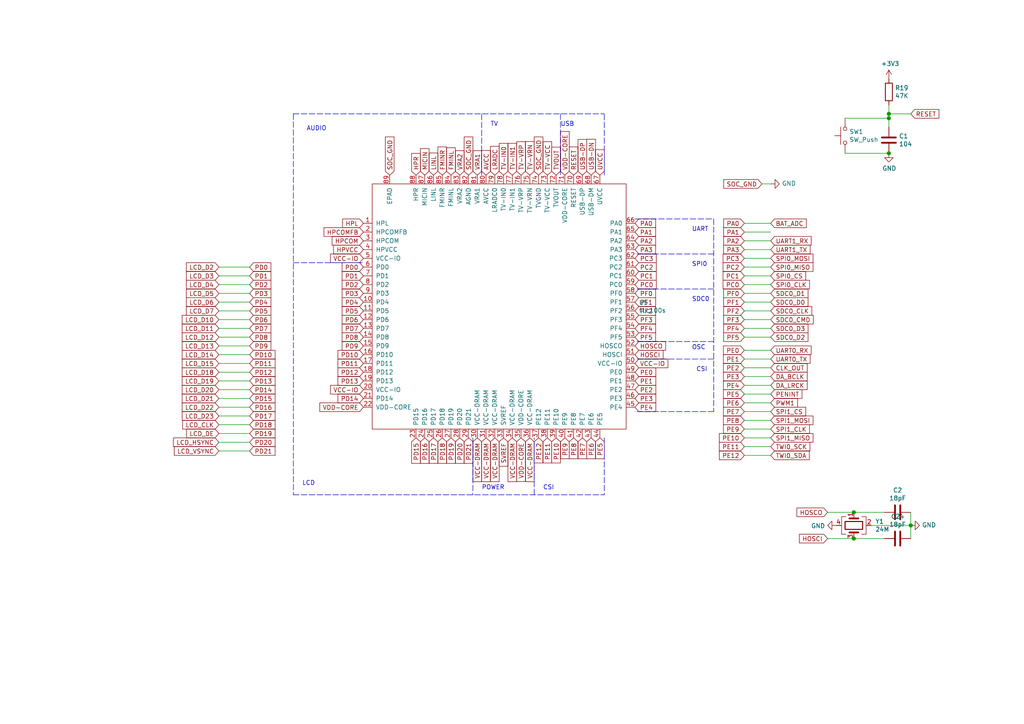
<source format=kicad_sch>
(kicad_sch (version 20210126) (generator eeschema)
  (paper "A4")
  (lib_symbols
    (symbol "Device:C" (pin_numbers hide) (pin_names (offset 0.254))
      (property "Reference" "C" (at 0.635 2.54 0))
      (property "Value" "C" (at 0.635 -2.54 0))
      (symbol "C_0_1"
        (polyline (pts (xy -2.032 -0.762) (xy 2.032 -0.762)) (stroke (width 0.508)))
        (polyline (pts (xy -2.032 0.762) (xy 2.032 0.762)) (stroke (width 0.508)))
      )
      (symbol "C_1_1"
        (pin passive line (at 0 3.81 270) (length 2.794) (name "~") (number "1"))
        (pin passive line (at 0 -3.81 90) (length 2.794) (name "~") (number "2"))
      )
    )
    (symbol "Device:Crystal_GND24" (pin_names (offset 1.016) hide)
      (property "Reference" "Y" (at 3.175 5.08 0))
      (property "Value" "Crystal_GND24" (at 3.175 3.175 0))
      (symbol "Crystal_GND24_0_1"
        (rectangle (start -1.143 2.54) (end 1.143 -2.54) (stroke (width 0.3048)))
        (polyline (pts (xy -2.54 0) (xy -2.032 0)))
        (polyline (pts (xy -2.032 -1.27) (xy -2.032 1.27)) (stroke (width 0.508)))
        (polyline (pts (xy 0 -3.81) (xy 0 -3.556)))
        (polyline (pts (xy 0 3.556) (xy 0 3.81)))
        (polyline (pts (xy 2.032 -1.27) (xy 2.032 1.27)) (stroke (width 0.508)))
        (polyline (pts (xy 2.032 0) (xy 2.54 0)))
        (polyline (pts (xy -2.54 -2.286) (xy -2.54 -3.556) (xy 2.54 -3.556) (xy 2.54 -2.286)))
        (polyline (pts (xy -2.54 2.286) (xy -2.54 3.556) (xy 2.54 3.556) (xy 2.54 2.286)))
      )
      (symbol "Crystal_GND24_1_1"
        (pin passive line (at -3.81 0 0) (length 1.27) (name "1") (number "1"))
        (pin passive line (at 0 5.08 270) (length 1.27) (name "2") (number "2"))
        (pin passive line (at 3.81 0 180) (length 1.27) (name "3") (number "3"))
        (pin passive line (at 0 -5.08 90) (length 1.27) (name "4") (number "4"))
      )
    )
    (symbol "Device:R" (pin_numbers hide) (pin_names (offset 0))
      (property "Reference" "R" (at 2.032 0 90))
      (property "Value" "R" (at 0 0 90))
      (symbol "R_0_1"
        (rectangle (start -1.016 -2.54) (end 1.016 2.54) (stroke (width 0.254)))
      )
      (symbol "R_1_1"
        (pin passive line (at 0 3.81 270) (length 1.27) (name "~") (number "1"))
        (pin passive line (at 0 -3.81 90) (length 1.27) (name "~") (number "2"))
      )
    )
    (symbol "Switch:SW_Push" (pin_numbers hide) (pin_names (offset 1.016) hide)
      (property "Reference" "SW" (at 1.27 2.54 0))
      (property "Value" "SW_Push" (at 0 -1.524 0))
      (symbol "SW_Push_0_1"
        (circle (center -2.032 0) (radius 0.508))
        (circle (center 2.032 0) (radius 0.508))
        (polyline (pts (xy 0 1.27) (xy 0 3.048)))
        (polyline (pts (xy 2.54 1.27) (xy -2.54 1.27)))
        (pin passive line (at -5.08 0 0) (length 2.54) (name "1") (number "1"))
        (pin passive line (at 5.08 0 180) (length 2.54) (name "2") (number "2"))
      )
    )
    (symbol "f1c100s:f1c100s" (pin_names (offset 1.016))
      (property "Reference" "U" (at 38.1 -36.83 0))
      (property "Value" "f1c100s" (at 38.1 -36.83 0))
      (symbol "f1c100s_0_1"
        (rectangle (start -39.37 40.64) (end 34.29 -30.48))
      )
      (symbol "f1c100s_1_1"
        (pin input line (at -41.91 29.21 0) (length 2.54) (name "HPL") (number "1"))
        (pin input line (at -41.91 6.35 0) (length 2.54) (name "PD4") (number "10"))
        (pin input line (at -41.91 3.81 0) (length 2.54) (name "PD5") (number "11"))
        (pin input line (at -41.91 1.27 0) (length 2.54) (name "PD6") (number "12"))
        (pin input line (at -41.91 -1.27 0) (length 2.54) (name "PD7") (number "13"))
        (pin input line (at -41.91 -3.81 0) (length 2.54) (name "PD8") (number "14"))
        (pin input line (at -41.91 -6.35 0) (length 2.54) (name "PD9") (number "15"))
        (pin input line (at -41.91 -8.89 0) (length 2.54) (name "PD10") (number "16"))
        (pin input line (at -41.91 -11.43 0) (length 2.54) (name "PD11") (number "17"))
        (pin input line (at -41.91 -13.97 0) (length 2.54) (name "PD12") (number "18"))
        (pin input line (at -41.91 -16.51 0) (length 2.54) (name "PD13") (number "19"))
        (pin input line (at -41.91 26.67 0) (length 2.54) (name "HPCOMFB") (number "2"))
        (pin input line (at -41.91 -19.05 0) (length 2.54) (name "VCC-IO") (number "20"))
        (pin input line (at -41.91 -21.59 0) (length 2.54) (name "PD14") (number "21"))
        (pin input line (at -41.91 -24.13 0) (length 2.54) (name "VDD-CORE") (number "22"))
        (pin input line (at -26.67 -33.02 90) (length 2.54) (name "PD15") (number "23"))
        (pin input line (at -24.13 -33.02 90) (length 2.54) (name "PD16") (number "24"))
        (pin input line (at -21.59 -33.02 90) (length 2.54) (name "PD17") (number "25"))
        (pin input line (at -19.05 -33.02 90) (length 2.54) (name "PD18") (number "26"))
        (pin input line (at -16.51 -33.02 90) (length 2.54) (name "PD19") (number "27"))
        (pin input line (at -13.97 -33.02 90) (length 2.54) (name "PD20") (number "28"))
        (pin input line (at -11.43 -33.02 90) (length 2.54) (name "PD21") (number "29"))
        (pin input line (at -41.91 24.13 0) (length 2.54) (name "HPCOM") (number "3"))
        (pin input line (at -8.89 -33.02 90) (length 2.54) (name "VCC-DRAM") (number "30"))
        (pin input line (at -6.35 -33.02 90) (length 2.54) (name "VCC-DRAM") (number "31"))
        (pin input line (at -3.81 -33.02 90) (length 2.54) (name "VCC-DRAM") (number "32"))
        (pin input line (at -1.27 -33.02 90) (length 2.54) (name "SVREF") (number "33"))
        (pin input line (at 1.27 -33.02 90) (length 2.54) (name "VCC-DRAM") (number "34"))
        (pin input line (at 3.81 -33.02 90) (length 2.54) (name "VDD-CORE") (number "35"))
        (pin input line (at 6.35 -33.02 90) (length 2.54) (name "VCC-DRAM") (number "36"))
        (pin input line (at 8.89 -33.02 90) (length 2.54) (name "PE12") (number "37"))
        (pin input line (at 11.43 -33.02 90) (length 2.54) (name "PE11") (number "38"))
        (pin input line (at 13.97 -33.02 90) (length 2.54) (name "PE10") (number "39"))
        (pin input line (at -41.91 21.59 0) (length 2.54) (name "HPVCC") (number "4"))
        (pin input line (at 16.51 -33.02 90) (length 2.54) (name "PE9") (number "40"))
        (pin input line (at 19.05 -33.02 90) (length 2.54) (name "PE8") (number "41"))
        (pin input line (at 21.59 -33.02 90) (length 2.54) (name "PE7") (number "42"))
        (pin input line (at 24.13 -33.02 90) (length 2.54) (name "PE6") (number "43"))
        (pin input line (at 26.67 -33.02 90) (length 2.54) (name "PE5") (number "44"))
        (pin input line (at 36.83 -24.13 180) (length 2.54) (name "PE4") (number "45"))
        (pin input line (at 36.83 -21.59 180) (length 2.54) (name "PE3") (number "46"))
        (pin input line (at 36.83 -19.05 180) (length 2.54) (name "PE2") (number "47"))
        (pin input line (at 36.83 -16.51 180) (length 2.54) (name "PE1") (number "48"))
        (pin input line (at 36.83 -13.97 180) (length 2.54) (name "PE0") (number "49"))
        (pin input line (at -41.91 19.05 0) (length 2.54) (name "VCC-IO") (number "5"))
        (pin input line (at 36.83 -11.43 180) (length 2.54) (name "VCC-IO") (number "50"))
        (pin input line (at 36.83 -8.89 180) (length 2.54) (name "HOSCI") (number "51"))
        (pin input line (at 36.83 -6.35 180) (length 2.54) (name "HOSCO") (number "52"))
        (pin input line (at 36.83 -3.81 180) (length 2.54) (name "PF5") (number "53"))
        (pin input line (at 36.83 -1.27 180) (length 2.54) (name "PF4") (number "54"))
        (pin input line (at 36.83 1.27 180) (length 2.54) (name "PF3") (number "55"))
        (pin input line (at 36.83 3.81 180) (length 2.54) (name "PF2") (number "56"))
        (pin input line (at 36.83 6.35 180) (length 2.54) (name "PF1") (number "57"))
        (pin input line (at 36.83 8.89 180) (length 2.54) (name "PF0") (number "58"))
        (pin input line (at 36.83 11.43 180) (length 2.54) (name "PC0") (number "59"))
        (pin input line (at -41.91 16.51 0) (length 2.54) (name "PD0") (number "6"))
        (pin input line (at 36.83 13.97 180) (length 2.54) (name "PC1") (number "60"))
        (pin input line (at 36.83 16.51 180) (length 2.54) (name "PC2") (number "61"))
        (pin input line (at 36.83 19.05 180) (length 2.54) (name "PC3") (number "62"))
        (pin input line (at 36.83 21.59 180) (length 2.54) (name "PA3") (number "63"))
        (pin input line (at 36.83 24.13 180) (length 2.54) (name "PA2") (number "64"))
        (pin input line (at 36.83 26.67 180) (length 2.54) (name "PA1") (number "65"))
        (pin input line (at 36.83 29.21 180) (length 2.54) (name "PA0") (number "66"))
        (pin input line (at 26.67 43.18 270) (length 2.54) (name "UVCC") (number "67"))
        (pin input line (at 24.13 43.18 270) (length 2.54) (name "USB-DM") (number "68"))
        (pin input line (at 21.59 43.18 270) (length 2.54) (name "USB-DP") (number "69"))
        (pin input line (at -41.91 13.97 0) (length 2.54) (name "PD1") (number "7"))
        (pin input line (at 19.05 43.18 270) (length 2.54) (name "RESET") (number "70"))
        (pin input line (at 16.51 43.18 270) (length 2.54) (name "VDD-CORE") (number "71"))
        (pin input line (at 13.97 43.18 270) (length 2.54) (name "TVOUT") (number "72"))
        (pin input line (at 11.43 43.18 270) (length 2.54) (name "TV-VCC") (number "73"))
        (pin input line (at 8.89 43.18 270) (length 2.54) (name "TVGND") (number "74"))
        (pin input line (at 6.35 43.18 270) (length 2.54) (name "TV-VRN") (number "75"))
        (pin input line (at 3.81 43.18 270) (length 2.54) (name "TV-VRP") (number "76"))
        (pin input line (at 1.27 43.18 270) (length 2.54) (name "TV-IN1") (number "77"))
        (pin input line (at -1.27 43.18 270) (length 2.54) (name "TV-IN0") (number "78"))
        (pin input line (at -3.81 43.18 270) (length 2.54) (name "LRADC0") (number "79"))
        (pin input line (at -41.91 11.43 0) (length 2.54) (name "PD2") (number "8"))
        (pin input line (at -6.35 43.18 270) (length 2.54) (name "AVCC") (number "80"))
        (pin input line (at -8.89 43.18 270) (length 2.54) (name "VRA1") (number "81"))
        (pin input line (at -11.43 43.18 270) (length 2.54) (name "AGND") (number "82"))
        (pin input line (at -13.97 43.18 270) (length 2.54) (name "VRA2") (number "83"))
        (pin input line (at -16.51 43.18 270) (length 2.54) (name "FMINL") (number "84"))
        (pin input line (at -19.05 43.18 270) (length 2.54) (name "FMINR") (number "85"))
        (pin input line (at -21.59 43.18 270) (length 2.54) (name "LINL") (number "86"))
        (pin input line (at -24.13 43.18 270) (length 2.54) (name "MICIN") (number "87"))
        (pin input line (at -26.67 43.18 270) (length 2.54) (name "HPR") (number "88"))
        (pin input line (at -34.29 43.18 270) (length 2.54) (name "EPAD") (number "89"))
        (pin input line (at -41.91 8.89 0) (length 2.54) (name "PD3") (number "9"))
      )
    )
    (symbol "power:+3V3" (power) (pin_names (offset 0))
      (property "Value" "+3V3" (at 0 3.556 0))
      (symbol "+3V3_0_1"
        (polyline (pts (xy -0.762 1.27) (xy 0 2.54)))
        (polyline (pts (xy 0 0) (xy 0 2.54)))
        (polyline (pts (xy 0 2.54) (xy 0.762 1.27)))
      )
      (symbol "+3V3_1_1"
        (pin power_in line (at 0 0 90) (length 0) hide (name "+3V3") (number "1"))
      )
    )
    (symbol "power:GND" (power) (pin_names (offset 0))
      (property "Value" "GND" (at 0 -3.81 0))
      (symbol "GND_0_1"
        (polyline (pts (xy 0 0) (xy 0 -1.27) (xy 1.27 -1.27) (xy 0 -2.54) (xy -1.27 -1.27) (xy 0 -1.27)))
      )
      (symbol "GND_1_1"
        (pin power_in line (at 0 0 270) (length 0) hide (name "GND") (number "1"))
      )
    )
  )
  (junction (at 247.65 148.59) (diameter 1.016))
  (junction (at 247.65 156.21) (diameter 1.016))
  (junction (at 257.81 33.02) (diameter 1.016))
  (junction (at 257.81 34.29) (diameter 1.016))
  (junction (at 257.81 44.45) (diameter 1.016))
  (junction (at 264.16 152.4) (diameter 1.016))
  (wire (pts (xy 63.5 77.47) (xy 72.39 77.47)))
  (wire (pts (xy 63.5 80.01) (xy 72.39 80.01)))
  (wire (pts (xy 63.5 85.09) (xy 72.39 85.09)))
  (wire (pts (xy 63.5 90.17) (xy 72.39 90.17)))
  (wire (pts (xy 63.5 95.25) (xy 72.39 95.25)))
  (wire (pts (xy 63.5 102.87) (xy 72.39 102.87)))
  (wire (pts (xy 63.5 107.95) (xy 72.39 107.95)))
  (wire (pts (xy 63.5 113.03) (xy 72.39 113.03)))
  (wire (pts (xy 63.5 118.11) (xy 72.39 118.11)))
  (wire (pts (xy 63.5 123.19) (xy 72.39 123.19)))
  (wire (pts (xy 63.5 125.73) (xy 72.39 125.73)))
  (wire (pts (xy 72.39 82.55) (xy 63.5 82.55)))
  (wire (pts (xy 72.39 87.63) (xy 63.5 87.63)))
  (wire (pts (xy 72.39 92.71) (xy 63.5 92.71)))
  (wire (pts (xy 72.39 97.79) (xy 63.5 97.79)))
  (wire (pts (xy 72.39 100.33) (xy 63.5 100.33)))
  (wire (pts (xy 72.39 105.41) (xy 63.5 105.41)))
  (wire (pts (xy 72.39 110.49) (xy 63.5 110.49)))
  (wire (pts (xy 72.39 115.57) (xy 63.5 115.57)))
  (wire (pts (xy 72.39 120.65) (xy 63.5 120.65)))
  (wire (pts (xy 72.39 128.27) (xy 63.5 128.27)))
  (wire (pts (xy 72.39 130.81) (xy 63.5 130.81)))
  (wire (pts (xy 215.9 64.77) (xy 223.52 64.77)))
  (wire (pts (xy 215.9 67.31) (xy 223.52 67.31)))
  (wire (pts (xy 215.9 82.55) (xy 223.52 82.55)))
  (wire (pts (xy 215.9 101.6) (xy 223.52 101.6)))
  (wire (pts (xy 215.9 116.84) (xy 223.52 116.84)))
  (wire (pts (xy 215.9 127) (xy 223.52 127)))
  (wire (pts (xy 215.9 132.08) (xy 223.52 132.08)))
  (wire (pts (xy 220.98 53.34) (xy 223.52 53.34)))
  (wire (pts (xy 223.52 69.85) (xy 215.9 69.85)))
  (wire (pts (xy 223.52 72.39) (xy 215.9 72.39)))
  (wire (pts (xy 223.52 74.93) (xy 215.9 74.93)))
  (wire (pts (xy 223.52 77.47) (xy 215.9 77.47)))
  (wire (pts (xy 223.52 80.01) (xy 215.9 80.01)))
  (wire (pts (xy 223.52 85.09) (xy 215.9 85.09)))
  (wire (pts (xy 223.52 87.63) (xy 215.9 87.63)))
  (wire (pts (xy 223.52 90.17) (xy 215.9 90.17)))
  (wire (pts (xy 223.52 92.71) (xy 215.9 92.71)))
  (wire (pts (xy 223.52 95.25) (xy 215.9 95.25)))
  (wire (pts (xy 223.52 97.79) (xy 215.9 97.79)))
  (wire (pts (xy 223.52 104.14) (xy 215.9 104.14)))
  (wire (pts (xy 223.52 106.68) (xy 215.9 106.68)))
  (wire (pts (xy 223.52 109.22) (xy 215.9 109.22)))
  (wire (pts (xy 223.52 111.76) (xy 215.9 111.76)))
  (wire (pts (xy 223.52 114.3) (xy 215.9 114.3)))
  (wire (pts (xy 223.52 119.38) (xy 215.9 119.38)))
  (wire (pts (xy 223.52 121.92) (xy 215.9 121.92)))
  (wire (pts (xy 223.52 124.46) (xy 215.9 124.46)))
  (wire (pts (xy 223.52 129.54) (xy 215.9 129.54)))
  (wire (pts (xy 245.11 34.29) (xy 257.81 34.29)))
  (wire (pts (xy 245.11 44.45) (xy 257.81 44.45)))
  (wire (pts (xy 247.65 148.59) (xy 240.03 148.59)))
  (wire (pts (xy 247.65 148.59) (xy 256.54 148.59)))
  (wire (pts (xy 247.65 156.21) (xy 240.03 156.21)))
  (wire (pts (xy 256.54 156.21) (xy 247.65 156.21)))
  (wire (pts (xy 257.81 30.48) (xy 257.81 33.02)))
  (wire (pts (xy 257.81 33.02) (xy 257.81 34.29)))
  (wire (pts (xy 257.81 34.29) (xy 257.81 36.83)))
  (wire (pts (xy 264.16 33.02) (xy 257.81 33.02)))
  (wire (pts (xy 264.16 152.4) (xy 252.73 152.4)))
  (wire (pts (xy 264.16 152.4) (xy 264.16 148.59)))
  (wire (pts (xy 264.16 156.21) (xy 264.16 152.4)))
  (polyline (pts (xy 85.09 33.02) (xy 85.09 143.51)) (stroke (width 0) (type dash)))
  (polyline (pts (xy 85.09 33.02) (xy 175.26 33.02)) (stroke (width 0) (type dash)))
  (polyline (pts (xy 85.09 76.2) (xy 105.41 76.2)) (stroke (width 0) (type dash)))
  (polyline (pts (xy 85.09 143.51) (xy 175.26 143.51)) (stroke (width 0) (type dash)))
  (polyline (pts (xy 137.16 127) (xy 137.16 143.51)) (stroke (width 0) (type dash)))
  (polyline (pts (xy 139.7 50.8) (xy 139.7 33.02)) (stroke (width 0) (type dash)))
  (polyline (pts (xy 154.94 143.51) (xy 154.94 127)) (stroke (width 0) (type dash)))
  (polyline (pts (xy 162.56 33.02) (xy 162.56 50.8)) (stroke (width 0) (type dash)))
  (polyline (pts (xy 175.26 50.8) (xy 175.26 33.02)) (stroke (width 0) (type dash)))
  (polyline (pts (xy 175.26 127) (xy 175.26 143.51)) (stroke (width 0) (type dash)))
  (polyline (pts (xy 184.15 63.5) (xy 207.01 63.5)) (stroke (width 0) (type dash)))
  (polyline (pts (xy 207.01 63.5) (xy 207.01 119.38)) (stroke (width 0) (type dash)))
  (polyline (pts (xy 207.01 73.66) (xy 184.15 73.66)) (stroke (width 0) (type dash)))
  (polyline (pts (xy 207.01 83.82) (xy 184.15 83.82)) (stroke (width 0) (type dash)))
  (polyline (pts (xy 207.01 99.06) (xy 184.15 99.06)) (stroke (width 0) (type dash)))
  (polyline (pts (xy 207.01 104.14) (xy 184.15 104.14)) (stroke (width 0) (type dash)))
  (polyline (pts (xy 207.01 119.38) (xy 184.15 119.38)) (stroke (width 0) (type dash)))
  (text "LCD" (at 87.63 140.97 0) (effects (font (size 1.27 1.27)) (justify left bottom)))
  (text "AUDIO" (at 88.9 38.1 0) (effects (font (size 1.27 1.27)) (justify left bottom)))
  (text "POWER" (at 139.7 142.24 0) (effects (font (size 1.27 1.27)) (justify left bottom)))
  (text "TV" (at 142.24 36.83 0) (effects (font (size 1.27 1.27)) (justify left bottom)))
  (text "CSI" (at 157.48 142.24 0) (effects (font (size 1.27 1.27)) (justify left bottom)))
  (text "USB" (at 162.56 36.83 0) (effects (font (size 1.27 1.27)) (justify left bottom)))
  (text "UART" (at 200.66 67.31 0) (effects (font (size 1.27 1.27)) (justify left bottom)))
  (text "SPI0" (at 200.66 77.47 0) (effects (font (size 1.27 1.27)) (justify left bottom)))
  (text "SDC0" (at 200.66 87.63 0) (effects (font (size 1.27 1.27)) (justify left bottom)))
  (text "OSC" (at 200.66 101.6 0) (effects (font (size 1.27 1.27)) (justify left bottom)))
  (text "CSI" (at 201.93 107.95 0) (effects (font (size 1.27 1.27)) (justify left bottom)))
  (global_label "LCD_D2" (shape input) (at 63.5 77.47 180) (property "Intersheet References" "${INTERSHEET_REFS}" (effects hide)))
  (global_label "LCD_D3" (shape input) (at 63.5 80.01 180) (property "Intersheet References" "${INTERSHEET_REFS}" (effects hide)))
  (global_label "LCD_D4" (shape input) (at 63.5 82.55 180) (property "Intersheet References" "${INTERSHEET_REFS}" (effects hide)))
  (global_label "LCD_D5" (shape input) (at 63.5 85.09 180) (property "Intersheet References" "${INTERSHEET_REFS}" (effects hide)))
  (global_label "LCD_D6" (shape input) (at 63.5 87.63 180) (property "Intersheet References" "${INTERSHEET_REFS}" (effects hide)))
  (global_label "LCD_D7" (shape input) (at 63.5 90.17 180) (property "Intersheet References" "${INTERSHEET_REFS}" (effects hide)))
  (global_label "LCD_D10" (shape input) (at 63.5 92.71 180) (property "Intersheet References" "${INTERSHEET_REFS}" (effects hide)))
  (global_label "LCD_D11" (shape input) (at 63.5 95.25 180) (property "Intersheet References" "${INTERSHEET_REFS}" (effects hide)))
  (global_label "LCD_D12" (shape input) (at 63.5 97.79 180) (property "Intersheet References" "${INTERSHEET_REFS}" (effects hide)))
  (global_label "LCD_D13" (shape input) (at 63.5 100.33 180) (property "Intersheet References" "${INTERSHEET_REFS}" (effects hide)))
  (global_label "LCD_D14" (shape input) (at 63.5 102.87 180) (property "Intersheet References" "${INTERSHEET_REFS}" (effects hide)))
  (global_label "LCD_D15" (shape input) (at 63.5 105.41 180) (property "Intersheet References" "${INTERSHEET_REFS}" (effects hide)))
  (global_label "LCD_D18" (shape input) (at 63.5 107.95 180) (property "Intersheet References" "${INTERSHEET_REFS}" (effects hide)))
  (global_label "LCD_D19" (shape input) (at 63.5 110.49 180) (property "Intersheet References" "${INTERSHEET_REFS}" (effects hide)))
  (global_label "LCD_D20" (shape input) (at 63.5 113.03 180) (property "Intersheet References" "${INTERSHEET_REFS}" (effects hide)))
  (global_label "LCD_D21" (shape input) (at 63.5 115.57 180) (property "Intersheet References" "${INTERSHEET_REFS}" (effects hide)))
  (global_label "LCD_D22" (shape input) (at 63.5 118.11 180) (property "Intersheet References" "${INTERSHEET_REFS}" (effects hide)))
  (global_label "LCD_D23" (shape input) (at 63.5 120.65 180) (property "Intersheet References" "${INTERSHEET_REFS}" (effects hide)))
  (global_label "LCD_CLK" (shape input) (at 63.5 123.19 180) (property "Intersheet References" "${INTERSHEET_REFS}" (effects hide)))
  (global_label "LCD_DE" (shape input) (at 63.5 125.73 180) (property "Intersheet References" "${INTERSHEET_REFS}" (effects hide)))
  (global_label "LCD_HSYNC" (shape input) (at 63.5 128.27 180) (property "Intersheet References" "${INTERSHEET_REFS}" (effects hide)))
  (global_label "LCD_VSYNC" (shape input) (at 63.5 130.81 180) (property "Intersheet References" "${INTERSHEET_REFS}" (effects hide)))
  (global_label "PD0" (shape input) (at 72.39 77.47 0) (property "Intersheet References" "${INTERSHEET_REFS}" (effects hide)))
  (global_label "PD1" (shape input) (at 72.39 80.01 0) (property "Intersheet References" "${INTERSHEET_REFS}" (effects hide)))
  (global_label "PD2" (shape input) (at 72.39 82.55 0) (property "Intersheet References" "${INTERSHEET_REFS}" (effects hide)))
  (global_label "PD3" (shape input) (at 72.39 85.09 0) (property "Intersheet References" "${INTERSHEET_REFS}" (effects hide)))
  (global_label "PD4" (shape input) (at 72.39 87.63 0) (property "Intersheet References" "${INTERSHEET_REFS}" (effects hide)))
  (global_label "PD5" (shape input) (at 72.39 90.17 0) (property "Intersheet References" "${INTERSHEET_REFS}" (effects hide)))
  (global_label "PD6" (shape input) (at 72.39 92.71 0) (property "Intersheet References" "${INTERSHEET_REFS}" (effects hide)))
  (global_label "PD7" (shape input) (at 72.39 95.25 0) (property "Intersheet References" "${INTERSHEET_REFS}" (effects hide)))
  (global_label "PD8" (shape input) (at 72.39 97.79 0) (property "Intersheet References" "${INTERSHEET_REFS}" (effects hide)))
  (global_label "PD9" (shape input) (at 72.39 100.33 0) (property "Intersheet References" "${INTERSHEET_REFS}" (effects hide)))
  (global_label "PD10" (shape input) (at 72.39 102.87 0) (property "Intersheet References" "${INTERSHEET_REFS}" (effects hide)))
  (global_label "PD11" (shape input) (at 72.39 105.41 0) (property "Intersheet References" "${INTERSHEET_REFS}" (effects hide)))
  (global_label "PD12" (shape input) (at 72.39 107.95 0) (property "Intersheet References" "${INTERSHEET_REFS}" (effects hide)))
  (global_label "PD13" (shape input) (at 72.39 110.49 0) (property "Intersheet References" "${INTERSHEET_REFS}" (effects hide)))
  (global_label "PD14" (shape input) (at 72.39 113.03 0) (property "Intersheet References" "${INTERSHEET_REFS}" (effects hide)))
  (global_label "PD15" (shape input) (at 72.39 115.57 0) (property "Intersheet References" "${INTERSHEET_REFS}" (effects hide)))
  (global_label "PD16" (shape input) (at 72.39 118.11 0) (property "Intersheet References" "${INTERSHEET_REFS}" (effects hide)))
  (global_label "PD17" (shape input) (at 72.39 120.65 0) (property "Intersheet References" "${INTERSHEET_REFS}" (effects hide)))
  (global_label "PD18" (shape input) (at 72.39 123.19 0) (property "Intersheet References" "${INTERSHEET_REFS}" (effects hide)))
  (global_label "PD19" (shape input) (at 72.39 125.73 0) (property "Intersheet References" "${INTERSHEET_REFS}" (effects hide)))
  (global_label "PD20" (shape input) (at 72.39 128.27 0) (property "Intersheet References" "${INTERSHEET_REFS}" (effects hide)))
  (global_label "PD21" (shape input) (at 72.39 130.81 0) (property "Intersheet References" "${INTERSHEET_REFS}" (effects hide)))
  (global_label "HPL" (shape input) (at 105.41 64.77 180) (property "Intersheet References" "${INTERSHEET_REFS}" (effects hide)))
  (global_label "HPCOMFB" (shape input) (at 105.41 67.31 180) (property "Intersheet References" "${INTERSHEET_REFS}" (effects hide)))
  (global_label "HPCOM" (shape input) (at 105.41 69.85 180) (property "Intersheet References" "${INTERSHEET_REFS}" (effects hide)))
  (global_label "HPVCC" (shape input) (at 105.41 72.39 180) (property "Intersheet References" "${INTERSHEET_REFS}" (effects hide)))
  (global_label "VCC-IO" (shape input) (at 105.41 74.93 180) (property "Intersheet References" "${INTERSHEET_REFS}" (effects hide)))
  (global_label "PD0" (shape input) (at 105.41 77.47 180) (property "Intersheet References" "${INTERSHEET_REFS}" (effects hide)))
  (global_label "PD1" (shape input) (at 105.41 80.01 180) (property "Intersheet References" "${INTERSHEET_REFS}" (effects hide)))
  (global_label "PD2" (shape input) (at 105.41 82.55 180) (property "Intersheet References" "${INTERSHEET_REFS}" (effects hide)))
  (global_label "PD3" (shape input) (at 105.41 85.09 180) (property "Intersheet References" "${INTERSHEET_REFS}" (effects hide)))
  (global_label "PD4" (shape input) (at 105.41 87.63 180) (property "Intersheet References" "${INTERSHEET_REFS}" (effects hide)))
  (global_label "PD5" (shape input) (at 105.41 90.17 180) (property "Intersheet References" "${INTERSHEET_REFS}" (effects hide)))
  (global_label "PD6" (shape input) (at 105.41 92.71 180) (property "Intersheet References" "${INTERSHEET_REFS}" (effects hide)))
  (global_label "PD7" (shape input) (at 105.41 95.25 180) (property "Intersheet References" "${INTERSHEET_REFS}" (effects hide)))
  (global_label "PD8" (shape input) (at 105.41 97.79 180) (property "Intersheet References" "${INTERSHEET_REFS}" (effects hide)))
  (global_label "PD9" (shape input) (at 105.41 100.33 180) (property "Intersheet References" "${INTERSHEET_REFS}" (effects hide)))
  (global_label "PD10" (shape input) (at 105.41 102.87 180) (property "Intersheet References" "${INTERSHEET_REFS}" (effects hide)))
  (global_label "PD11" (shape input) (at 105.41 105.41 180) (property "Intersheet References" "${INTERSHEET_REFS}" (effects hide)))
  (global_label "PD12" (shape input) (at 105.41 107.95 180) (property "Intersheet References" "${INTERSHEET_REFS}" (effects hide)))
  (global_label "PD13" (shape input) (at 105.41 110.49 180) (property "Intersheet References" "${INTERSHEET_REFS}" (effects hide)))
  (global_label "VCC-IO" (shape input) (at 105.41 113.03 180) (property "Intersheet References" "${INTERSHEET_REFS}" (effects hide)))
  (global_label "PD14" (shape input) (at 105.41 115.57 180) (property "Intersheet References" "${INTERSHEET_REFS}" (effects hide)))
  (global_label "VDD-CORE" (shape input) (at 105.41 118.11 180) (property "Intersheet References" "${INTERSHEET_REFS}" (effects hide)))
  (global_label "SOC_GND" (shape input) (at 113.03 50.8 90) (property "Intersheet References" "${INTERSHEET_REFS}" (effects hide)))
  (global_label "HPR" (shape input) (at 120.65 50.8 90) (property "Intersheet References" "${INTERSHEET_REFS}" (effects hide)))
  (global_label "PD15" (shape input) (at 120.65 127 270) (property "Intersheet References" "${INTERSHEET_REFS}" (effects hide)))
  (global_label "MICIN" (shape input) (at 123.19 50.8 90) (property "Intersheet References" "${INTERSHEET_REFS}" (effects hide)))
  (global_label "PD16" (shape input) (at 123.19 127 270) (property "Intersheet References" "${INTERSHEET_REFS}" (effects hide)))
  (global_label "LINL" (shape input) (at 125.73 50.8 90) (property "Intersheet References" "${INTERSHEET_REFS}" (effects hide)))
  (global_label "PD17" (shape input) (at 125.73 127 270) (property "Intersheet References" "${INTERSHEET_REFS}" (effects hide)))
  (global_label "FMINR" (shape input) (at 128.27 50.8 90) (property "Intersheet References" "${INTERSHEET_REFS}" (effects hide)))
  (global_label "PD18" (shape input) (at 128.27 127 270) (property "Intersheet References" "${INTERSHEET_REFS}" (effects hide)))
  (global_label "FMINL" (shape input) (at 130.81 50.8 90) (property "Intersheet References" "${INTERSHEET_REFS}" (effects hide)))
  (global_label "PD19" (shape input) (at 130.81 127 270) (property "Intersheet References" "${INTERSHEET_REFS}" (effects hide)))
  (global_label "VRA2" (shape input) (at 133.35 50.8 90) (property "Intersheet References" "${INTERSHEET_REFS}" (effects hide)))
  (global_label "PD20" (shape input) (at 133.35 127 270) (property "Intersheet References" "${INTERSHEET_REFS}" (effects hide)))
  (global_label "SOC_GND" (shape input) (at 135.89 50.8 90) (property "Intersheet References" "${INTERSHEET_REFS}" (effects hide)))
  (global_label "PD21" (shape input) (at 135.89 127 270) (property "Intersheet References" "${INTERSHEET_REFS}" (effects hide)))
  (global_label "VRA1" (shape input) (at 138.43 50.8 90) (property "Intersheet References" "${INTERSHEET_REFS}" (effects hide)))
  (global_label "VCC-DRAM" (shape input) (at 138.43 127 270) (property "Intersheet References" "${INTERSHEET_REFS}" (effects hide)))
  (global_label "AVCC" (shape input) (at 140.97 50.8 90) (property "Intersheet References" "${INTERSHEET_REFS}" (effects hide)))
  (global_label "VCC-DRAM" (shape input) (at 140.97 127 270) (property "Intersheet References" "${INTERSHEET_REFS}" (effects hide)))
  (global_label "LRADC" (shape input) (at 143.51 50.8 90) (property "Intersheet References" "${INTERSHEET_REFS}" (effects hide)))
  (global_label "VCC-DRAM" (shape input) (at 143.51 127 270) (property "Intersheet References" "${INTERSHEET_REFS}" (effects hide)))
  (global_label "TV-IN0" (shape input) (at 146.05 50.8 90) (property "Intersheet References" "${INTERSHEET_REFS}" (effects hide)))
  (global_label "SVREF" (shape input) (at 146.05 127 270) (property "Intersheet References" "${INTERSHEET_REFS}" (effects hide)))
  (global_label "TV-IN1" (shape input) (at 148.59 50.8 90) (property "Intersheet References" "${INTERSHEET_REFS}" (effects hide)))
  (global_label "VCC-DRAM" (shape input) (at 148.59 127 270) (property "Intersheet References" "${INTERSHEET_REFS}" (effects hide)))
  (global_label "TV-VRP" (shape input) (at 151.13 50.8 90) (property "Intersheet References" "${INTERSHEET_REFS}" (effects hide)))
  (global_label "VDD-CORE" (shape input) (at 151.13 127 270) (property "Intersheet References" "${INTERSHEET_REFS}" (effects hide)))
  (global_label "TV-VRN" (shape input) (at 153.67 50.8 90) (property "Intersheet References" "${INTERSHEET_REFS}" (effects hide)))
  (global_label "VCC-DRAM" (shape input) (at 153.67 127 270) (property "Intersheet References" "${INTERSHEET_REFS}" (effects hide)))
  (global_label "SOC_GND" (shape input) (at 156.21 50.8 90) (property "Intersheet References" "${INTERSHEET_REFS}" (effects hide)))
  (global_label "PE12" (shape input) (at 156.21 127 270) (property "Intersheet References" "${INTERSHEET_REFS}" (effects hide)))
  (global_label "TV-VCC" (shape input) (at 158.75 50.8 90) (property "Intersheet References" "${INTERSHEET_REFS}" (effects hide)))
  (global_label "PE11" (shape input) (at 158.75 127 270) (property "Intersheet References" "${INTERSHEET_REFS}" (effects hide)))
  (global_label "TVOUT" (shape input) (at 161.29 50.8 90) (property "Intersheet References" "${INTERSHEET_REFS}" (effects hide)))
  (global_label "PE10" (shape input) (at 161.29 127 270) (property "Intersheet References" "${INTERSHEET_REFS}" (effects hide)))
  (global_label "VDD-CORE" (shape input) (at 163.83 50.8 90) (property "Intersheet References" "${INTERSHEET_REFS}" (effects hide)))
  (global_label "PE9" (shape input) (at 163.83 127 270) (property "Intersheet References" "${INTERSHEET_REFS}" (effects hide)))
  (global_label "RESET" (shape input) (at 166.37 50.8 90) (property "Intersheet References" "${INTERSHEET_REFS}" (effects hide)))
  (global_label "PE8" (shape input) (at 166.37 127 270) (property "Intersheet References" "${INTERSHEET_REFS}" (effects hide)))
  (global_label "USB-DP" (shape input) (at 168.91 50.8 90) (property "Intersheet References" "${INTERSHEET_REFS}" (effects hide)))
  (global_label "PE7" (shape input) (at 168.91 127 270) (property "Intersheet References" "${INTERSHEET_REFS}" (effects hide)))
  (global_label "USB-DN" (shape input) (at 171.45 50.8 90) (property "Intersheet References" "${INTERSHEET_REFS}" (effects hide)))
  (global_label "PE6" (shape input) (at 171.45 127 270) (property "Intersheet References" "${INTERSHEET_REFS}" (effects hide)))
  (global_label "UVCC" (shape input) (at 173.99 50.8 90) (property "Intersheet References" "${INTERSHEET_REFS}" (effects hide)))
  (global_label "PE5" (shape input) (at 173.99 127 270) (property "Intersheet References" "${INTERSHEET_REFS}" (effects hide)))
  (global_label "PA0" (shape input) (at 184.15 64.77 0) (property "Intersheet References" "${INTERSHEET_REFS}" (effects hide)))
  (global_label "PA1" (shape input) (at 184.15 67.31 0) (property "Intersheet References" "${INTERSHEET_REFS}" (effects hide)))
  (global_label "PA2" (shape input) (at 184.15 69.85 0) (property "Intersheet References" "${INTERSHEET_REFS}" (effects hide)))
  (global_label "PA3" (shape input) (at 184.15 72.39 0) (property "Intersheet References" "${INTERSHEET_REFS}" (effects hide)))
  (global_label "PC3" (shape input) (at 184.15 74.93 0) (property "Intersheet References" "${INTERSHEET_REFS}" (effects hide)))
  (global_label "PC2" (shape input) (at 184.15 77.47 0) (property "Intersheet References" "${INTERSHEET_REFS}" (effects hide)))
  (global_label "PC1" (shape input) (at 184.15 80.01 0) (property "Intersheet References" "${INTERSHEET_REFS}" (effects hide)))
  (global_label "PC0" (shape input) (at 184.15 82.55 0) (property "Intersheet References" "${INTERSHEET_REFS}" (effects hide)))
  (global_label "PF0" (shape input) (at 184.15 85.09 0) (property "Intersheet References" "${INTERSHEET_REFS}" (effects hide)))
  (global_label "PF1" (shape input) (at 184.15 87.63 0) (property "Intersheet References" "${INTERSHEET_REFS}" (effects hide)))
  (global_label "PF2" (shape input) (at 184.15 90.17 0) (property "Intersheet References" "${INTERSHEET_REFS}" (effects hide)))
  (global_label "PF3" (shape input) (at 184.15 92.71 0) (property "Intersheet References" "${INTERSHEET_REFS}" (effects hide)))
  (global_label "PF4" (shape input) (at 184.15 95.25 0) (property "Intersheet References" "${INTERSHEET_REFS}" (effects hide)))
  (global_label "PF5" (shape input) (at 184.15 97.79 0) (property "Intersheet References" "${INTERSHEET_REFS}" (effects hide)))
  (global_label "HOSCO" (shape input) (at 184.15 100.33 0) (property "Intersheet References" "${INTERSHEET_REFS}" (effects hide)))
  (global_label "HOSCI" (shape input) (at 184.15 102.87 0) (property "Intersheet References" "${INTERSHEET_REFS}" (effects hide)))
  (global_label "VCC-IO" (shape input) (at 184.15 105.41 0) (property "Intersheet References" "${INTERSHEET_REFS}" (effects hide)))
  (global_label "PE0" (shape input) (at 184.15 107.95 0) (property "Intersheet References" "${INTERSHEET_REFS}" (effects hide)))
  (global_label "PE1" (shape input) (at 184.15 110.49 0) (property "Intersheet References" "${INTERSHEET_REFS}" (effects hide)))
  (global_label "PE2" (shape input) (at 184.15 113.03 0) (property "Intersheet References" "${INTERSHEET_REFS}" (effects hide)))
  (global_label "PE3" (shape input) (at 184.15 115.57 0) (property "Intersheet References" "${INTERSHEET_REFS}" (effects hide)))
  (global_label "PE4" (shape input) (at 184.15 118.11 0) (property "Intersheet References" "${INTERSHEET_REFS}" (effects hide)))
  (global_label "PA0" (shape input) (at 215.9 64.77 180) (property "Intersheet References" "${INTERSHEET_REFS}" (effects hide)))
  (global_label "PA1" (shape input) (at 215.9 67.31 180) (property "Intersheet References" "${INTERSHEET_REFS}" (effects hide)))
  (global_label "PA2" (shape input) (at 215.9 69.85 180) (property "Intersheet References" "${INTERSHEET_REFS}" (effects hide)))
  (global_label "PA3" (shape input) (at 215.9 72.39 180) (property "Intersheet References" "${INTERSHEET_REFS}" (effects hide)))
  (global_label "PC3" (shape input) (at 215.9 74.93 180) (property "Intersheet References" "${INTERSHEET_REFS}" (effects hide)))
  (global_label "PC2" (shape input) (at 215.9 77.47 180) (property "Intersheet References" "${INTERSHEET_REFS}" (effects hide)))
  (global_label "PC1" (shape input) (at 215.9 80.01 180) (property "Intersheet References" "${INTERSHEET_REFS}" (effects hide)))
  (global_label "PC0" (shape input) (at 215.9 82.55 180) (property "Intersheet References" "${INTERSHEET_REFS}" (effects hide)))
  (global_label "PF0" (shape input) (at 215.9 85.09 180) (property "Intersheet References" "${INTERSHEET_REFS}" (effects hide)))
  (global_label "PF1" (shape input) (at 215.9 87.63 180) (property "Intersheet References" "${INTERSHEET_REFS}" (effects hide)))
  (global_label "PF2" (shape input) (at 215.9 90.17 180) (property "Intersheet References" "${INTERSHEET_REFS}" (effects hide)))
  (global_label "PF3" (shape input) (at 215.9 92.71 180) (property "Intersheet References" "${INTERSHEET_REFS}" (effects hide)))
  (global_label "PF4" (shape input) (at 215.9 95.25 180) (property "Intersheet References" "${INTERSHEET_REFS}" (effects hide)))
  (global_label "PF5" (shape input) (at 215.9 97.79 180) (property "Intersheet References" "${INTERSHEET_REFS}" (effects hide)))
  (global_label "PE0" (shape input) (at 215.9 101.6 180) (property "Intersheet References" "${INTERSHEET_REFS}" (effects hide)))
  (global_label "PE1" (shape input) (at 215.9 104.14 180) (property "Intersheet References" "${INTERSHEET_REFS}" (effects hide)))
  (global_label "PE2" (shape input) (at 215.9 106.68 180) (property "Intersheet References" "${INTERSHEET_REFS}" (effects hide)))
  (global_label "PE3" (shape input) (at 215.9 109.22 180) (property "Intersheet References" "${INTERSHEET_REFS}" (effects hide)))
  (global_label "PE4" (shape input) (at 215.9 111.76 180) (property "Intersheet References" "${INTERSHEET_REFS}" (effects hide)))
  (global_label "PE5" (shape input) (at 215.9 114.3 180) (property "Intersheet References" "${INTERSHEET_REFS}" (effects hide)))
  (global_label "PE6" (shape input) (at 215.9 116.84 180) (property "Intersheet References" "${INTERSHEET_REFS}" (effects hide)))
  (global_label "PE7" (shape input) (at 215.9 119.38 180) (property "Intersheet References" "${INTERSHEET_REFS}" (effects hide)))
  (global_label "PE8" (shape input) (at 215.9 121.92 180) (property "Intersheet References" "${INTERSHEET_REFS}" (effects hide)))
  (global_label "PE9" (shape input) (at 215.9 124.46 180) (property "Intersheet References" "${INTERSHEET_REFS}" (effects hide)))
  (global_label "PE10" (shape input) (at 215.9 127 180) (property "Intersheet References" "${INTERSHEET_REFS}" (effects hide)))
  (global_label "PE11" (shape input) (at 215.9 129.54 180) (property "Intersheet References" "${INTERSHEET_REFS}" (effects hide)))
  (global_label "PE12" (shape input) (at 215.9 132.08 180) (property "Intersheet References" "${INTERSHEET_REFS}" (effects hide)))
  (global_label "SOC_GND" (shape input) (at 220.98 53.34 180) (property "Intersheet References" "${INTERSHEET_REFS}" (effects hide)))
  (global_label "BAT_ADC" (shape input) (at 223.52 64.77 0) (property "Intersheet References" "${INTERSHEET_REFS}" (effects hide)))
  (global_label "UART1_RX" (shape input) (at 223.52 69.85 0) (property "Intersheet References" "${INTERSHEET_REFS}" (effects hide)))
  (global_label "UART1_TX" (shape input) (at 223.52 72.39 0) (property "Intersheet References" "${INTERSHEET_REFS}" (effects hide)))
  (global_label "SPI0_MOSI" (shape input) (at 223.52 74.93 0) (property "Intersheet References" "${INTERSHEET_REFS}" (effects hide)))
  (global_label "SPI0_MISO" (shape input) (at 223.52 77.47 0) (property "Intersheet References" "${INTERSHEET_REFS}" (effects hide)))
  (global_label "SPI0_CS" (shape input) (at 223.52 80.01 0) (property "Intersheet References" "${INTERSHEET_REFS}" (effects hide)))
  (global_label "SPI0_CLK" (shape input) (at 223.52 82.55 0) (property "Intersheet References" "${INTERSHEET_REFS}" (effects hide)))
  (global_label "SDC0_D1" (shape input) (at 223.52 85.09 0) (property "Intersheet References" "${INTERSHEET_REFS}" (effects hide)))
  (global_label "SDC0_D0" (shape input) (at 223.52 87.63 0) (property "Intersheet References" "${INTERSHEET_REFS}" (effects hide)))
  (global_label "SDC0_CLK" (shape input) (at 223.52 90.17 0) (property "Intersheet References" "${INTERSHEET_REFS}" (effects hide)))
  (global_label "SDC0_CMD" (shape input) (at 223.52 92.71 0) (property "Intersheet References" "${INTERSHEET_REFS}" (effects hide)))
  (global_label "SDC0_D3" (shape input) (at 223.52 95.25 0) (property "Intersheet References" "${INTERSHEET_REFS}" (effects hide)))
  (global_label "SDC0_D2" (shape input) (at 223.52 97.79 0) (property "Intersheet References" "${INTERSHEET_REFS}" (effects hide)))
  (global_label "UART0_RX" (shape input) (at 223.52 101.6 0) (property "Intersheet References" "${INTERSHEET_REFS}" (effects hide)))
  (global_label "UART0_TX" (shape input) (at 223.52 104.14 0) (property "Intersheet References" "${INTERSHEET_REFS}" (effects hide)))
  (global_label "CLK_OUT" (shape input) (at 223.52 106.68 0) (property "Intersheet References" "${INTERSHEET_REFS}" (effects hide)))
  (global_label "DA_BCLK" (shape input) (at 223.52 109.22 0) (property "Intersheet References" "${INTERSHEET_REFS}" (effects hide)))
  (global_label "DA_LRCK" (shape input) (at 223.52 111.76 0) (property "Intersheet References" "${INTERSHEET_REFS}" (effects hide)))
  (global_label "PENINT" (shape input) (at 223.52 114.3 0) (property "Intersheet References" "${INTERSHEET_REFS}" (effects hide)))
  (global_label "PWM1" (shape input) (at 223.52 116.84 0) (property "Intersheet References" "${INTERSHEET_REFS}" (effects hide)))
  (global_label "SPI1_CS" (shape input) (at 223.52 119.38 0) (property "Intersheet References" "${INTERSHEET_REFS}" (effects hide)))
  (global_label "SPI1_MOSI" (shape input) (at 223.52 121.92 0) (property "Intersheet References" "${INTERSHEET_REFS}" (effects hide)))
  (global_label "SPI1_CLK" (shape input) (at 223.52 124.46 0) (property "Intersheet References" "${INTERSHEET_REFS}" (effects hide)))
  (global_label "SPI1_MISO" (shape input) (at 223.52 127 0) (property "Intersheet References" "${INTERSHEET_REFS}" (effects hide)))
  (global_label "TWI0_SCK" (shape input) (at 223.52 129.54 0) (property "Intersheet References" "${INTERSHEET_REFS}" (effects hide)))
  (global_label "TWI0_SDA" (shape input) (at 223.52 132.08 0) (property "Intersheet References" "${INTERSHEET_REFS}" (effects hide)))
  (global_label "HOSCO" (shape input) (at 240.03 148.59 180) (property "Intersheet References" "${INTERSHEET_REFS}" (effects hide)))
  (global_label "HOSCI" (shape input) (at 240.03 156.21 180) (property "Intersheet References" "${INTERSHEET_REFS}" (effects hide)))
  (global_label "RESET" (shape input) (at 264.16 33.02 0) (property "Intersheet References" "${INTERSHEET_REFS}" (effects hide)))
  (symbol (lib_id "power:+3V3") (at 257.81 22.86 0) (unit 1)
    (property "Reference" "#PWR0123" (effects hide))
    (property "Value" "+3V3" (at 258.191 18.4658 0))
  )
  (symbol (lib_id "power:GND") (at 223.52 53.34 90) (unit 1)
    (property "Reference" "#PWR0134" (effects hide))
    (property "Value" "GND" (at 226.7712 53.213 90) (effects (justify right)))
  )
  (symbol (lib_id "power:GND") (at 242.57 152.4 270) (unit 1)
    (property "Reference" "#PWR0136" (effects hide))
    (property "Value" "GND" (at 239.3188 152.527 90) (effects (justify right)))
  )
  (symbol (lib_id "power:GND") (at 257.81 44.45 0) (unit 1)
    (property "Reference" "#PWR0124" (effects hide))
    (property "Value" "GND" (at 257.937 48.8442 0))
  )
  (symbol (lib_id "power:GND") (at 264.16 152.4 90) (unit 1)
    (property "Reference" "#PWR0135" (effects hide))
    (property "Value" "GND" (at 267.4112 152.273 90) (effects (justify right)))
  )
  (symbol (lib_id "Device:R") (at 257.81 26.67 0) (unit 1)
    (property "Reference" "R19" (at 259.588 25.5016 0) (effects (justify left)))
    (property "Value" "47K" (at 259.588 27.813 0) (effects (justify left)))
    (property "Footprint" "Resistor_SMD:R_0603_1608Metric" (effects hide))
  )
  (symbol (lib_id "Device:C") (at 257.81 40.64 0) (unit 1)
    (property "Reference" "C1" (at 260.731 39.4716 0) (effects (justify left)))
    (property "Value" "104" (at 260.731 41.783 0) (effects (justify left)))
    (property "Footprint" "Capacitor_SMD:C_0603_1608Metric" (effects hide))
  )
  (symbol (lib_id "Device:C") (at 260.35 148.59 90) (unit 1)
    (property "Reference" "C2" (at 260.35 142.1892 90))
    (property "Value" "18pF" (at 260.35 144.5006 90))
    (property "Footprint" "Capacitor_SMD:C_0603_1608Metric" (effects hide))
  )
  (symbol (lib_id "Device:C") (at 260.35 156.21 90) (unit 1)
    (property "Reference" "C24" (at 260.35 149.8092 90))
    (property "Value" "18pF" (at 260.35 152.1206 90))
    (property "Footprint" "Capacitor_SMD:C_0603_1608Metric" (effects hide))
  )
  (symbol (lib_id "Switch:SW_Push") (at 245.11 39.37 90) (unit 1)
    (property "Reference" "SW1" (at 246.3292 38.2016 90) (effects (justify right)))
    (property "Value" "SW_Push" (at 246.3292 40.513 90) (effects (justify right)))
    (property "Footprint" "Button_Switch_SMD:SW_Push_SPST_NO_Alps_SKRK" (effects hide))
  )
  (symbol (lib_id "Device:Crystal_GND24") (at 247.65 152.4 270) (unit 1)
    (property "Reference" "Y1" (at 253.8476 151.2316 90) (effects (justify left)))
    (property "Value" "24M" (at 253.8476 153.543 90) (effects (justify left)))
    (property "Footprint" "Crystal:Crystal_SMD_Abracon_ABM8G-4Pin_3.2x2.5mm" (effects hide))
  )
  (symbol (lib_id "f1c100s:f1c100s") (at 147.32 93.98 0) (unit 1)
    (property "Reference" "U5" (at 185.2676 87.7316 0) (effects (justify left)))
    (property "Value" "f1c100s" (at 185.2676 90.043 0) (effects (justify left)))
    (property "Footprint" "f1c100s:QFN-88_EP_10x10_Pitch0.4mm" (effects hide))
  )
)
</source>
